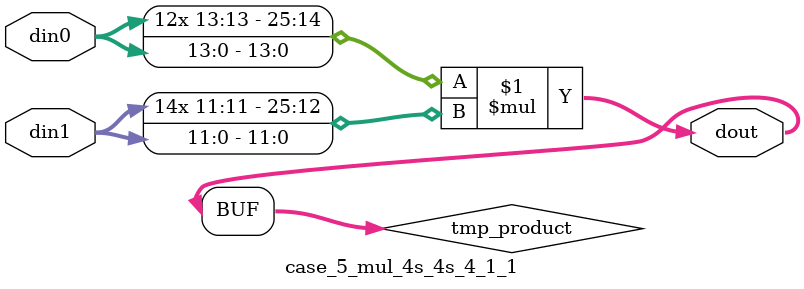
<source format=v>

`timescale 1 ns / 1 ps

 module case_5_mul_4s_4s_4_1_1(din0, din1, dout);
parameter ID = 1;
parameter NUM_STAGE = 0;
parameter din0_WIDTH = 14;
parameter din1_WIDTH = 12;
parameter dout_WIDTH = 26;

input [din0_WIDTH - 1 : 0] din0; 
input [din1_WIDTH - 1 : 0] din1; 
output [dout_WIDTH - 1 : 0] dout;

wire signed [dout_WIDTH - 1 : 0] tmp_product;



























assign tmp_product = $signed(din0) * $signed(din1);








assign dout = tmp_product;





















endmodule

</source>
